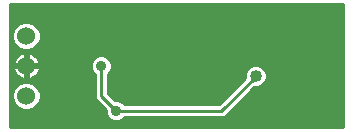
<source format=gbl>
G75*
G70*
%OFA0B0*%
%FSLAX24Y24*%
%IPPOS*%
%LPD*%
%AMOC8*
5,1,8,0,0,1.08239X$1,22.5*
%
%ADD10C,0.0600*%
%ADD11C,0.0100*%
%ADD12C,0.0360*%
%ADD13C,0.0400*%
D10*
X001494Y002004D03*
X001494Y003004D03*
X001494Y004004D03*
D11*
X000944Y005050D02*
X000944Y000954D01*
X012044Y000954D01*
X012044Y005054D01*
X000944Y005050D01*
X000944Y005037D02*
X012044Y005037D01*
X012044Y004938D02*
X000944Y004938D01*
X000944Y004840D02*
X012044Y004840D01*
X012044Y004741D02*
X000944Y004741D01*
X000944Y004643D02*
X012044Y004643D01*
X012044Y004544D02*
X000944Y004544D01*
X000944Y004446D02*
X001332Y004446D01*
X001400Y004474D02*
X001228Y004402D01*
X001095Y004270D01*
X001024Y004097D01*
X001024Y003910D01*
X001095Y003738D01*
X001228Y003605D01*
X001400Y003534D01*
X001587Y003534D01*
X001760Y003605D01*
X001892Y003738D01*
X001964Y003910D01*
X001964Y004097D01*
X001892Y004270D01*
X001760Y004402D01*
X001587Y004474D01*
X001400Y004474D01*
X001656Y004446D02*
X012044Y004446D01*
X012044Y004347D02*
X001815Y004347D01*
X001901Y004249D02*
X012044Y004249D01*
X012044Y004150D02*
X001942Y004150D01*
X001964Y004051D02*
X012044Y004051D01*
X012044Y003953D02*
X001964Y003953D01*
X001941Y003854D02*
X012044Y003854D01*
X012044Y003756D02*
X001900Y003756D01*
X001812Y003657D02*
X012044Y003657D01*
X012044Y003559D02*
X001647Y003559D01*
X001599Y003443D02*
X001544Y003452D01*
X001544Y003054D01*
X001941Y003054D01*
X001933Y003109D01*
X001911Y003177D01*
X001879Y003240D01*
X001837Y003297D01*
X001787Y003347D01*
X001730Y003389D01*
X001667Y003421D01*
X001599Y003443D01*
X001444Y003452D02*
X001388Y003443D01*
X001321Y003421D01*
X001258Y003389D01*
X001201Y003347D01*
X001151Y003297D01*
X001109Y003240D01*
X001077Y003177D01*
X001055Y003109D01*
X001046Y003054D01*
X001444Y003054D01*
X001444Y003452D01*
X001444Y003362D02*
X001544Y003362D01*
X001544Y003263D02*
X001444Y003263D01*
X001444Y003165D02*
X001544Y003165D01*
X001544Y003066D02*
X001444Y003066D01*
X001444Y003054D02*
X001544Y003054D01*
X001544Y002954D01*
X001941Y002954D01*
X001933Y002899D01*
X001911Y002831D01*
X001879Y002768D01*
X001837Y002711D01*
X001787Y002661D01*
X001730Y002619D01*
X001667Y002587D01*
X001599Y002565D01*
X001544Y002556D01*
X001544Y002954D01*
X001444Y002954D01*
X001444Y002556D01*
X001388Y002565D01*
X001321Y002587D01*
X001258Y002619D01*
X001201Y002661D01*
X001151Y002711D01*
X001109Y002768D01*
X001077Y002831D01*
X001055Y002899D01*
X001046Y002954D01*
X001444Y002954D01*
X001444Y003054D01*
X001444Y002968D02*
X000944Y002968D01*
X000944Y002869D02*
X001065Y002869D01*
X001108Y002770D02*
X000944Y002770D01*
X000944Y002672D02*
X001189Y002672D01*
X001363Y002573D02*
X000944Y002573D01*
X000944Y002475D02*
X003774Y002475D01*
X003774Y002573D02*
X001625Y002573D01*
X001544Y002573D02*
X001444Y002573D01*
X001444Y002672D02*
X001544Y002672D01*
X001544Y002770D02*
X001444Y002770D01*
X001444Y002869D02*
X001544Y002869D01*
X001544Y002968D02*
X003644Y002968D01*
X003644Y002934D02*
X003697Y002806D01*
X003774Y002729D01*
X003774Y002095D01*
X003774Y001913D01*
X004144Y001543D01*
X004144Y001434D01*
X004197Y001306D01*
X004296Y001207D01*
X004424Y001154D01*
X004563Y001154D01*
X004692Y001207D01*
X004769Y001284D01*
X008085Y001284D01*
X008214Y001413D01*
X009095Y002294D01*
X009207Y002294D01*
X009343Y002350D01*
X009447Y002454D01*
X009504Y002590D01*
X009504Y002738D01*
X009447Y002874D01*
X009343Y002978D01*
X009207Y003034D01*
X009060Y003034D01*
X008924Y002978D01*
X008820Y002874D01*
X008764Y002738D01*
X008764Y002590D01*
X008765Y002587D01*
X007903Y001724D01*
X004769Y001724D01*
X004692Y001801D01*
X004563Y001854D01*
X004455Y001854D01*
X004214Y002095D01*
X004214Y002729D01*
X004291Y002806D01*
X004344Y002934D01*
X004344Y003074D01*
X004291Y003202D01*
X004192Y003301D01*
X004063Y003354D01*
X003924Y003354D01*
X003796Y003301D01*
X003697Y003202D01*
X003644Y003074D01*
X003644Y002934D01*
X003671Y002869D02*
X001923Y002869D01*
X001880Y002770D02*
X003732Y002770D01*
X003774Y002672D02*
X001798Y002672D01*
X001760Y002402D02*
X001587Y002474D01*
X001400Y002474D01*
X001228Y002402D01*
X001095Y002270D01*
X001024Y002097D01*
X001024Y001910D01*
X001095Y001738D01*
X001228Y001605D01*
X001400Y001534D01*
X001587Y001534D01*
X001760Y001605D01*
X001892Y001738D01*
X001964Y001910D01*
X001964Y002097D01*
X001892Y002270D01*
X001760Y002402D01*
X001786Y002376D02*
X003774Y002376D01*
X003774Y002278D02*
X001885Y002278D01*
X001930Y002179D02*
X003774Y002179D01*
X003774Y002081D02*
X001964Y002081D01*
X001964Y001982D02*
X003774Y001982D01*
X003803Y001884D02*
X001953Y001884D01*
X001912Y001785D02*
X003902Y001785D01*
X004000Y001686D02*
X001841Y001686D01*
X001718Y001588D02*
X004099Y001588D01*
X004144Y001489D02*
X000944Y001489D01*
X000944Y001391D02*
X004162Y001391D01*
X004211Y001292D02*
X000944Y001292D01*
X000944Y001194D02*
X004328Y001194D01*
X004660Y001194D02*
X012044Y001194D01*
X012044Y001292D02*
X008093Y001292D01*
X008192Y001391D02*
X012044Y001391D01*
X012044Y001489D02*
X008290Y001489D01*
X008389Y001588D02*
X012044Y001588D01*
X012044Y001686D02*
X008487Y001686D01*
X008586Y001785D02*
X012044Y001785D01*
X012044Y001884D02*
X008685Y001884D01*
X008783Y001982D02*
X012044Y001982D01*
X012044Y002081D02*
X008882Y002081D01*
X008980Y002179D02*
X012044Y002179D01*
X012044Y002278D02*
X009079Y002278D01*
X009369Y002376D02*
X012044Y002376D01*
X012044Y002475D02*
X009456Y002475D01*
X009497Y002573D02*
X012044Y002573D01*
X012044Y002672D02*
X009504Y002672D01*
X009490Y002770D02*
X012044Y002770D01*
X012044Y002869D02*
X009449Y002869D01*
X009353Y002968D02*
X012044Y002968D01*
X012044Y003066D02*
X004344Y003066D01*
X004344Y002968D02*
X008914Y002968D01*
X008818Y002869D02*
X004317Y002869D01*
X004255Y002770D02*
X008778Y002770D01*
X008764Y002672D02*
X004214Y002672D01*
X004214Y002573D02*
X008752Y002573D01*
X008654Y002475D02*
X004214Y002475D01*
X004214Y002376D02*
X008555Y002376D01*
X008457Y002278D02*
X004214Y002278D01*
X004214Y002179D02*
X008358Y002179D01*
X008259Y002081D02*
X004228Y002081D01*
X004327Y001982D02*
X008161Y001982D01*
X008062Y001884D02*
X004425Y001884D01*
X004708Y001785D02*
X007964Y001785D01*
X007994Y001504D02*
X004494Y001504D01*
X003994Y002004D01*
X003994Y003004D01*
X004306Y003165D02*
X012044Y003165D01*
X012044Y003263D02*
X004230Y003263D01*
X003758Y003263D02*
X001862Y003263D01*
X001767Y003362D02*
X012044Y003362D01*
X012044Y003460D02*
X000944Y003460D01*
X000944Y003362D02*
X001221Y003362D01*
X001126Y003263D02*
X000944Y003263D01*
X000944Y003165D02*
X001073Y003165D01*
X001048Y003066D02*
X000944Y003066D01*
X001915Y003165D02*
X003682Y003165D01*
X003644Y003066D02*
X001940Y003066D01*
X001340Y003559D02*
X000944Y003559D01*
X000944Y003657D02*
X001176Y003657D01*
X001088Y003756D02*
X000944Y003756D01*
X000944Y003854D02*
X001047Y003854D01*
X001024Y003953D02*
X000944Y003953D01*
X000944Y004051D02*
X001024Y004051D01*
X001046Y004150D02*
X000944Y004150D01*
X000944Y004249D02*
X001086Y004249D01*
X001172Y004347D02*
X000944Y004347D01*
X000944Y002376D02*
X001201Y002376D01*
X001103Y002278D02*
X000944Y002278D01*
X000944Y002179D02*
X001058Y002179D01*
X001024Y002081D02*
X000944Y002081D01*
X000944Y001982D02*
X001024Y001982D01*
X001035Y001884D02*
X000944Y001884D01*
X000944Y001785D02*
X001076Y001785D01*
X001147Y001686D02*
X000944Y001686D01*
X000944Y001588D02*
X001270Y001588D01*
X000944Y001095D02*
X012044Y001095D01*
X012044Y000997D02*
X000944Y000997D01*
X007994Y001504D02*
X009134Y002644D01*
X009134Y002664D01*
D12*
X006994Y003004D03*
X004994Y003004D03*
X003994Y003004D03*
X004494Y001504D03*
D13*
X009134Y002664D03*
M02*

</source>
